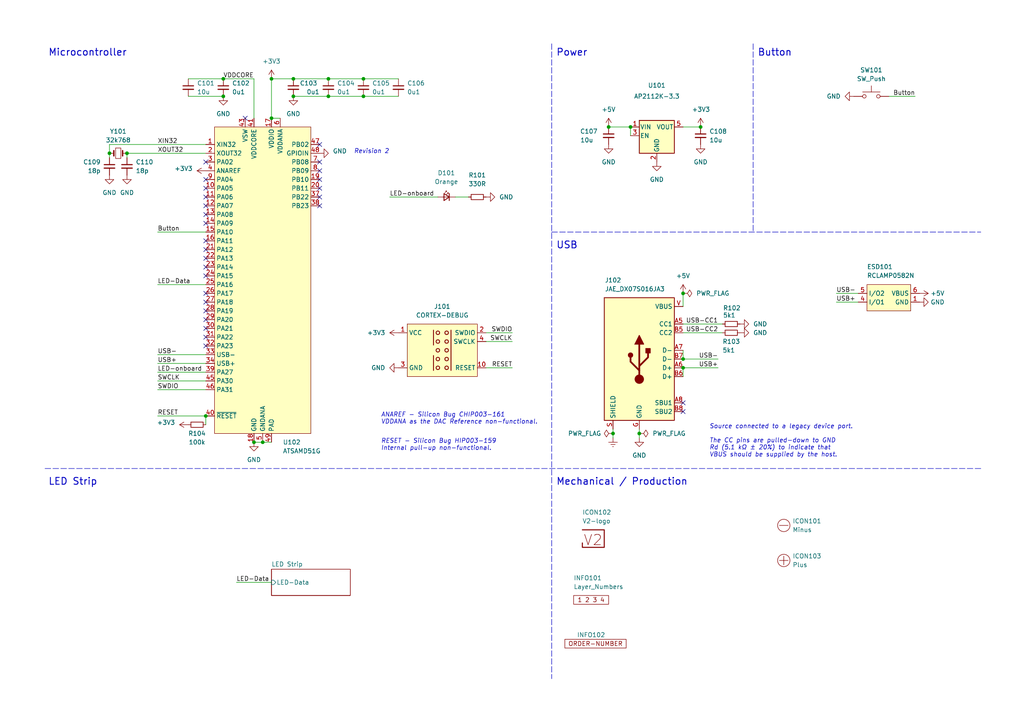
<source format=kicad_sch>
(kicad_sch (version 20230121) (generator eeschema)
  (paper "A4")
  (title_block (title "V2 strip mini") (date "2023-04-04") (rev "1") (company "Versio Duo") (comment 1 "WS2812 LED Strip Adapter"))
  (lib_symbols
    (symbol "Device:C_Small" (pin_numbers hide) (pin_names (offset 0.254) hide)
      (property "Reference" "C" (at 0.254 1.778 0))
      (property "Value" "C_Small" (at 0.254 -2.032 0))
      (symbol "C_Small_0_1"
        (polyline (pts (xy -1.524 -0.508) (xy 1.524 -0.508)) (stroke (width 0.3302)))
        (polyline (pts (xy -1.524 0.508) (xy 1.524 0.508)) (stroke (width 0.3048)))
      )
      (symbol "C_Small_1_1"
        (pin passive line (at 0 2.54 270) (length 2.032) (name "~") (number "1"))
        (pin passive line (at 0 -2.54 90) (length 2.032) (name "~") (number "2"))
      )
    )
    (symbol "Device:Crystal_Small" (pin_numbers hide) (pin_names (offset 1.016) hide)
      (property "Reference" "Y" (at 0 2.54 0))
      (property "Value" "Crystal_Small" (at 0 -2.54 0))
      (symbol "Crystal_Small_0_1"
        (rectangle (start -0.762 -1.524) (end 0.762 1.524))
        (polyline (pts (xy -1.27 -0.762) (xy -1.27 0.762)) (stroke (width 0.381)))
        (polyline (pts (xy 1.27 -0.762) (xy 1.27 0.762)) (stroke (width 0.381)))
      )
      (symbol "Crystal_Small_1_1"
        (pin passive line (at -2.54 0 0) (length 1.27) (name "1") (number "1"))
        (pin passive line (at 2.54 0 180) (length 1.27) (name "2") (number "2"))
      )
    )
    (symbol "Device:LED_Small" (pin_numbers hide) (pin_names (offset 0.254) hide)
      (property "Reference" "D" (at -1.27 3.175 0))
      (property "Value" "LED_Small" (at -4.445 -2.54 0))
      (symbol "LED_Small_0_1"
        (polyline (pts (xy -0.762 -1.016) (xy -0.762 1.016)) (stroke (width 0.254)))
        (polyline (pts (xy 1.016 0) (xy -0.762 0)))
        (polyline (pts (xy 0.762 -1.016) (xy -0.762 0) (xy 0.762 1.016) (xy 0.762 -1.016)) (stroke (width 0.254)))
        (polyline (pts (xy 0 0.762) (xy -0.508 1.27) (xy -0.254 1.27) (xy -0.508 1.27) (xy -0.508 1.016)))
        (polyline (pts (xy 0.508 1.27) (xy 0 1.778) (xy 0.254 1.778) (xy 0 1.778) (xy 0 1.524)))
      )
      (symbol "LED_Small_1_1"
        (pin passive line (at -2.54 0 0) (length 1.778) (name "K") (number "1"))
        (pin passive line (at 2.54 0 180) (length 1.778) (name "A") (number "2"))
      )
    )
    (symbol "Device:R_Small" (pin_numbers hide) (pin_names (offset 0.254) hide)
      (property "Reference" "R" (at 0.762 0.508 0))
      (property "Value" "R_Small" (at 0.762 -1.016 0))
      (symbol "R_Small_0_1"
        (rectangle (start -0.762 1.778) (end 0.762 -1.778) (stroke (width 0.2032)))
      )
      (symbol "R_Small_1_1"
        (pin passive line (at 0 2.54 270) (length 0.762) (name "~") (number "1"))
        (pin passive line (at 0 -2.54 90) (length 0.762) (name "~") (number "2"))
      )
    )
    (symbol "Regulator_Linear:AP2112K-3.3" (pin_names (offset 0.254))
      (property "Reference" "U" (at -5.08 5.715 0))
      (property "Value" "AP2112K-3.3" (at 0 5.715 0))
      (symbol "AP2112K-3.3_0_1"
        (rectangle (start -5.08 4.445) (end 5.08 -5.08) (stroke (width 0.254)) (fill (type background)))
      )
      (symbol "AP2112K-3.3_1_1"
        (pin power_in line (at -7.62 2.54 0) (length 2.54) (name "VIN") (number "1"))
        (pin power_in line (at 0 -7.62 90) (length 2.54) (name "GND") (number "2"))
        (pin input line (at -7.62 0 0) (length 2.54) (name "EN") (number "3"))
        (pin no_connect line (at 5.08 0 180) (length 2.54) hide (name "NC") (number "4"))
        (pin power_out line (at 7.62 2.54 180) (length 2.54) (name "VOUT") (number "5"))
      )
    )
    (symbol "Switch:SW_Push" (pin_numbers hide) (pin_names (offset 1.016) hide)
      (property "Reference" "SW" (at 1.27 2.54 0))
      (property "Value" "SW_Push" (at 0 -1.524 0))
      (symbol "SW_Push_0_1"
        (circle (center -2.032 0) (radius 0.508))
        (polyline (pts (xy 0 1.27) (xy 0 3.048)))
        (polyline (pts (xy 2.54 1.27) (xy -2.54 1.27)))
        (circle (center 2.032 0) (radius 0.508))
        (pin passive line (at -5.08 0 0) (length 2.54) (name "1") (number "1"))
        (pin passive line (at 5.08 0 180) (length 2.54) (name "2") (number "2"))
      )
    )
    (symbol "V2_Artwork:Minus" (in_bom no)
      (property "Reference" "ICON" (at -2.54 2.54 0))
      (symbol "Minus_0_1"
        (polyline (pts (xy -1.27 0) (xy 1.27 0)))
        (circle (center 0 0) (radius 1.7961))
      )
    )
    (symbol "V2_Artwork:Plus" (in_bom no)
      (property "Reference" "ICON" (at -2.54 2.54 0))
      (symbol "Plus_0_1"
        (polyline (pts (xy -1.27 0) (xy 1.27 0)))
        (polyline (pts (xy 0 1.27) (xy 0 -1.27)))
        (circle (center 0 0) (radius 1.7961))
      )
    )
    (symbol "V2_Artwork:V2-logo" (in_bom no)
      (property "Reference" "ICON" (at -3.81 2.54 0))
      (symbol "V2-logo_1_0"
        (polyline (pts (xy -3.81 1.27) (xy 2.54 1.27) (xy 2.54 -3.81) (xy -3.81 -3.81) (xy -3.81 -2.54)) (stroke (width 0.3)))
        (text "V2" (at -0.7135 -1.6753 0) (effects (font (size 3 3))))
      )
    )
    (symbol "V2_Connector_USB:JAE_DX07S016JA3"
      (property "Reference" "J" (at -10.16 22.86 0))
      (property "Value" "USB-C_2.0" (at -10.16 20.5 0))
      (symbol "JAE_DX07S016JA3_0_1"
        (rectangle (start -10.16 17.78) (end 10.16 -17.78) (stroke (width 0.254)) (fill (type background)))
        (circle (center -2.54 1.143) (radius 0.635) (stroke (width 0.254)) (fill (type outline)))
        (circle (center 0 -5.842) (radius 1.27) (fill (type outline)))
        (polyline (pts (xy 0 -5.842) (xy 0 4.318)) (stroke (width 0.508)))
        (polyline (pts (xy 0 -3.302) (xy -2.54 -0.762) (xy -2.54 0.508)) (stroke (width 0.508)))
        (polyline (pts (xy 0 -2.032) (xy 2.54 0.508) (xy 2.54 1.778)) (stroke (width 0.508)))
        (polyline (pts (xy -1.27 4.318) (xy 0 6.858) (xy 1.27 4.318) (xy -1.27 4.318)) (stroke (width 0.254)) (fill (type outline)))
        (rectangle (start 1.905 1.778) (end 3.175 3.048) (stroke (width 0.254)) (fill (type outline)))
      )
      (symbol "JAE_DX07S016JA3_1_1"
        (pin bidirectional line (at 12.7 10.16 180) (length 2.54) (name "CC1") (number "A5"))
        (pin bidirectional line (at 12.7 -2.54 180) (length 2.54) (name "D+") (number "A6"))
        (pin bidirectional line (at 12.7 2.54 180) (length 2.54) (name "D-") (number "A7"))
        (pin bidirectional line (at 12.7 -12.7 180) (length 2.54) (name "SBU1") (number "A8"))
        (pin bidirectional line (at 12.7 7.62 180) (length 2.54) (name "CC2") (number "B5"))
        (pin bidirectional line (at 12.7 -5.08 180) (length 2.54) (name "D+") (number "B6"))
        (pin bidirectional line (at 12.7 0 180) (length 2.54) (name "D-") (number "B7"))
        (pin bidirectional line (at 12.7 -15.24 180) (length 2.54) (name "SBU2") (number "B8"))
        (pin passive line (at 0 -20.32 90) (length 2.54) (name "GND") (number "G"))
        (pin passive line (at -7.62 -20.32 90) (length 2.54) (name "SHIELD") (number "S"))
        (pin passive line (at 12.7 15.24 180) (length 2.54) (name "VBUS") (number "V"))
      )
    )
    (symbol "V2_Cortex_Debug:Cortex_Debug" (in_bom no)
      (property "Reference" "J" (at -8.89 11.43 0))
      (property "Value" "Cortex_Debug" (at -8.89 8.89 0))
      (symbol "Cortex_Debug_1_0"
        (circle (center 0 -5.08) (radius 0.508) (stroke (width 0.254)))
        (circle (center 0 -2.54) (radius 0.508) (stroke (width 0.254)))
        (polyline (pts (xy -1.27 -1.524) (xy -1.27 -5.842)) (stroke (width 0.254)))
        (polyline (pts (xy -1.27 5.842) (xy -1.27 1.524)) (stroke (width 0.254)))
        (polyline (pts (xy 3.81 -5.842) (xy 3.81 5.842)) (stroke (width 0.254)))
        (circle (center 0 0) (radius 0.508) (stroke (width 0.254)))
        (circle (center 0 2.54) (radius 0.508) (stroke (width 0.254)))
        (circle (center 0 5.08) (radius 0.508) (stroke (width 0.254)))
        (circle (center 2.54 -5.08) (radius 0.508) (stroke (width 0.254)))
        (circle (center 2.54 -2.54) (radius 0.508) (stroke (width 0.254)))
        (circle (center 2.54 0) (radius 0.508) (stroke (width 0.254)))
        (circle (center 2.54 2.54) (radius 0.508) (stroke (width 0.254)))
        (circle (center 2.54 5.08) (radius 0.508) (stroke (width 0.254)))
        (pin power_in line (at -11.43 5.08 0) (length 2.54) (name "VCC") (number "1"))
        (pin input line (at 13.97 -5.08 180) (length 2.54) (name "RESET") (number "10"))
        (pin bidirectional line (at 13.97 5.08 180) (length 2.54) (name "SWDIO") (number "2"))
        (pin power_in line (at -11.43 -5.08 0) (length 2.54) (name "GND") (number "3"))
        (pin input line (at 13.97 2.54 180) (length 2.54) (name "SWCLK") (number "4"))
        (pin passive line (at -11.43 -5.08 0) (length 2.54) hide (name "GND") (number "5"))
      )
      (symbol "Cortex_Debug_1_1"
        (rectangle (start -8.89 7.62) (end 11.43 -7.62) (fill (type background)))
      )
    )
    (symbol "V2_ESD_Suppressor:RCLAMP0582N"
      (property "Reference" "ESD" (at -6.35 6.35 0))
      (property "Value" "RCLAMP0582N" (at -6.35 3.81 0))
      (symbol "RCLAMP0582N_0_1"
        (rectangle (start -6.35 2.54) (end 6.35 -5.08) (fill (type background)))
      )
      (symbol "RCLAMP0582N_1_0"
        (pin power_in line (at 8.89 -2.54 180) (length 2.54) (name "GND") (number "1"))
        (pin no_connect line (at 2.54 -10.16 0) (length 2.54) hide (name "") (number "3"))
        (pin bidirectional line (at -8.89 -2.54 0) (length 2.54) (name "I/O1") (number "4"))
        (pin bidirectional line (at -8.89 0 0) (length 2.54) (name "I/O2") (number "5"))
        (pin power_in line (at 8.89 0 180) (length 2.54) (name "VBUS") (number "6"))
      )
      (symbol "RCLAMP0582N_1_1"
        (pin no_connect line (at 2.54 -7.62 0) (length 2.54) hide (name "") (number "2"))
      )
    )
    (symbol "V2_MCU_Microchip_SAMD:ATSAMD51G"
      (property "Reference" "U" (at 8.8392 -47.2948 0))
      (property "Value" "ATSAMD51G" (at 13.8684 -51.8668 0))
      (symbol "ATSAMD51G_0_1"
        (rectangle (start -13.97 44.45) (end 13.97 -44.45) (fill (type background)))
      )
      (symbol "ATSAMD51G_1_1"
        (pin bidirectional line (at -16.51 39.37 0) (length 2.54) (name "PA00") (number "1") (alternate "XIN32" input line))
        (pin bidirectional line (at -16.51 26.67 0) (length 2.54) (name "PA05") (number "10"))
        (pin bidirectional line (at -16.51 24.13 0) (length 2.54) (name "PA06") (number "11"))
        (pin bidirectional line (at -16.51 21.59 0) (length 2.54) (name "PA07") (number "12"))
        (pin bidirectional line (at -16.51 19.05 0) (length 2.54) (name "PA08") (number "13"))
        (pin bidirectional line (at -16.51 16.51 0) (length 2.54) (name "PA09") (number "14"))
        (pin bidirectional line (at -16.51 13.97 0) (length 2.54) (name "PA10") (number "15"))
        (pin bidirectional line (at -16.51 11.43 0) (length 2.54) (name "PA11") (number "16"))
        (pin power_in line (at 2.54 46.99 270) (length 2.54) (name "VDDIO") (number "17"))
        (pin power_in line (at -2.54 -46.99 90) (length 2.54) (name "GND") (number "18"))
        (pin bidirectional line (at 16.51 29.21 180) (length 2.54) (name "PB10") (number "19"))
        (pin bidirectional line (at -16.51 36.83 0) (length 2.54) (name "PA01") (number "2") (alternate "XOUT32" output line))
        (pin bidirectional line (at 16.51 26.67 180) (length 2.54) (name "PB11") (number "20"))
        (pin bidirectional line (at -16.51 8.89 0) (length 2.54) (name "PA12") (number "21"))
        (pin bidirectional line (at -16.51 6.35 0) (length 2.54) (name "PA13") (number "22"))
        (pin bidirectional line (at -16.51 3.81 0) (length 2.54) (name "PA14") (number "23"))
        (pin bidirectional line (at -16.51 1.27 0) (length 2.54) (name "PA15") (number "24"))
        (pin bidirectional line (at -16.51 -1.27 0) (length 2.54) (name "PA16") (number "25"))
        (pin bidirectional line (at -16.51 -3.81 0) (length 2.54) (name "PA17") (number "26"))
        (pin bidirectional line (at -16.51 -6.35 0) (length 2.54) (name "PA18") (number "27"))
        (pin bidirectional line (at -16.51 -8.89 0) (length 2.54) (name "PA19") (number "28"))
        (pin bidirectional line (at -16.51 -11.43 0) (length 2.54) (name "PA20") (number "29"))
        (pin bidirectional line (at -16.51 34.29 0) (length 2.54) (name "PA02") (number "3"))
        (pin bidirectional line (at -16.51 -13.97 0) (length 2.54) (name "PA21") (number "30"))
        (pin bidirectional line (at -16.51 -16.51 0) (length 2.54) (name "PA22") (number "31"))
        (pin bidirectional line (at -16.51 -19.05 0) (length 2.54) (name "PA23") (number "32"))
        (pin bidirectional line (at -16.51 -21.59 0) (length 2.54) (name "PA24") (number "33") (alternate "USB-" bidirectional line))
        (pin bidirectional line (at -16.51 -24.13 0) (length 2.54) (name "PA25") (number "34") (alternate "USB+" bidirectional line))
        (pin passive line (at -2.54 -46.99 90) (length 2.54) hide (name "GND") (number "35"))
        (pin passive line (at 2.54 46.99 270) (length 2.54) hide (name "VDDIO") (number "36"))
        (pin bidirectional line (at 16.51 24.13 180) (length 2.54) (name "PB22") (number "37"))
        (pin bidirectional line (at 16.51 21.59 180) (length 2.54) (name "PB23") (number "38"))
        (pin bidirectional line (at -16.51 -26.67 0) (length 2.54) (name "PA27") (number "39"))
        (pin bidirectional line (at -16.51 31.75 0) (length 2.54) (name "PA03") (number "4") (alternate "ANAREF" input line))
        (pin input line (at -16.51 -39.37 0) (length 2.54) (name "~{RESET}") (number "40"))
        (pin power_out line (at -2.54 46.99 270) (length 2.54) (name "VDDCORE") (number "41"))
        (pin passive line (at -2.54 -46.99 90) (length 2.54) hide (name "GND") (number "42"))
        (pin power_in line (at -5.08 46.99 270) (length 2.54) (name "VSW") (number "43"))
        (pin passive line (at 2.54 46.99 270) (length 2.54) hide (name "VDDIO") (number "44"))
        (pin bidirectional line (at -16.51 -29.21 0) (length 2.54) (name "PA30") (number "45"))
        (pin bidirectional line (at -16.51 -31.75 0) (length 2.54) (name "PA31") (number "46"))
        (pin bidirectional line (at 16.51 39.37 180) (length 2.54) (name "PB02") (number "47"))
        (pin bidirectional line (at 16.51 36.83 180) (length 2.54) (name "PB03") (number "48") (alternate "GPIOIN" input line))
        (pin power_in line (at 2.54 -46.99 90) (length 2.54) (name "PAD") (number "49"))
        (pin power_in line (at 0 -46.99 90) (length 2.54) (name "GNDANA") (number "5"))
        (pin power_in line (at 5.08 46.99 270) (length 2.54) (name "VDDANA") (number "6"))
        (pin bidirectional line (at 16.51 34.29 180) (length 2.54) (name "PB08") (number "7"))
        (pin bidirectional line (at 16.51 31.75 180) (length 2.54) (name "PB09") (number "8"))
        (pin bidirectional line (at -16.51 29.21 0) (length 2.54) (name "PA04") (number "9"))
      )
    )
    (symbol "V2_Production:Layer_Numbers" (in_bom no)
      (property "Reference" "INFO" (at 0 3.81 0))
      (property "Value" "Layer_Numbers" (at 0 -3.81 0))
      (symbol "Layer_Numbers_0_0"
        (text "1 2 3 4" (at 0 0 0) (effects (font (size 1.27 1.27))))
      )
      (symbol "Layer_Numbers_0_1"
        (rectangle (start -5.08 1.27) (end 5.08 -1.27))
      )
    )
    (symbol "V2_Production:Order_Number" (in_bom no)
      (property "Reference" "INFO" (at 0 2.54 0))
      (symbol "Order_Number_0_0"
        (text "ORDER-NUMBER" (at 0 0 0) (effects (font (size 1.27 1.27))))
      )
      (symbol "Order_Number_0_1"
        (rectangle (start -8.89 1.27) (end 8.89 -1.27))
      )
    )
    (symbol "power:+3V3" (power) (pin_names (offset 0))
      (property "Value" "+3V3" (at 0 3.556 0))
      (symbol "+3V3_0_1"
        (polyline (pts (xy -0.762 1.27) (xy 0 2.54)))
        (polyline (pts (xy 0 0) (xy 0 2.54)))
        (polyline (pts (xy 0 2.54) (xy 0.762 1.27)))
      )
      (symbol "+3V3_1_1"
        (pin power_in line (at 0 0 90) (length 0) hide (name "+3V3") (number "1"))
      )
    )
    (symbol "power:+5V" (power) (pin_names (offset 0))
      (property "Value" "+5V" (at 0 3.556 0))
      (symbol "+5V_0_1"
        (polyline (pts (xy -0.762 1.27) (xy 0 2.54)))
        (polyline (pts (xy 0 0) (xy 0 2.54)))
        (polyline (pts (xy 0 2.54) (xy 0.762 1.27)))
      )
      (symbol "+5V_1_1"
        (pin power_in line (at 0 0 90) (length 0) hide (name "+5V") (number "1"))
      )
    )
    (symbol "power:Earth" (power) (pin_names (offset 0))
      (symbol "Earth_0_1"
        (polyline (pts (xy -0.635 -1.905) (xy 0.635 -1.905)))
        (polyline (pts (xy -0.127 -2.54) (xy 0.127 -2.54)))
        (polyline (pts (xy 0 -1.27) (xy 0 0)))
        (polyline (pts (xy 1.27 -1.27) (xy -1.27 -1.27)))
      )
      (symbol "Earth_1_1"
        (pin power_in line (at 0 0 270) (length 0) hide (name "Earth") (number "1"))
      )
    )
    (symbol "power:GND" (power) (pin_names (offset 0))
      (property "Value" "GND" (at 0 -3.81 0))
      (symbol "GND_0_1"
        (polyline (pts (xy 0 0) (xy 0 -1.27) (xy 1.27 -1.27) (xy 0 -2.54) (xy -1.27 -1.27) (xy 0 -1.27)))
      )
      (symbol "GND_1_1"
        (pin power_in line (at 0 0 270) (length 0) hide (name "GND") (number "1"))
      )
    )
    (symbol "power:PWR_FLAG" (power) (pin_numbers hide) (pin_names (offset 0) hide)
      (property "Value" "PWR_FLAG" (at 0 3.81 0))
      (symbol "PWR_FLAG_0_0"
        (pin power_out line (at 0 0 90) (length 0) (name "pwr") (number "1"))
      )
      (symbol "PWR_FLAG_0_1"
        (polyline (pts (xy 0 0) (xy 0 1.27) (xy -1.016 1.905) (xy 0 2.54) (xy 1.016 1.905) (xy 0 1.27)))
      )
    )
  )
  (junction (at 95.25 22.86))
  (junction (at 198.12 106.68))
  (junction (at 73.66 128.27))
  (junction (at 64.77 22.86))
  (junction (at 85.09 27.94))
  (junction (at 85.09 22.86))
  (junction (at 105.41 27.94))
  (junction (at 36.83 44.45))
  (junction (at 198.12 85.09))
  (junction (at 176.53 36.83))
  (junction (at 105.41 22.86))
  (junction (at 95.25 27.94))
  (junction (at 198.12 104.14))
  (junction (at 78.74 22.86))
  (junction (at 76.2 128.27))
  (junction (at 31.75 44.45))
  (junction (at 185.42 125.73))
  (junction (at 182.88 36.83))
  (junction (at 203.2 36.83))
  (junction (at 177.8 125.73))
  (junction (at 64.77 27.94))
  (junction (at 59.69 120.65))
  (junction (at 78.74 34.29))
  (no_connect (at 198.12 116.84))
  (no_connect (at 198.12 119.38))
  (no_connect (at 59.69 54.61))
  (no_connect (at 59.69 57.15))
  (no_connect (at 59.69 59.69))
  (no_connect (at 59.69 62.23))
  (no_connect (at 59.69 64.77))
  (no_connect (at 59.69 69.85))
  (no_connect (at 59.69 52.07))
  (no_connect (at 59.69 46.99))
  (no_connect (at 59.69 85.09))
  (no_connect (at 59.69 80.01))
  (no_connect (at 59.69 77.47))
  (no_connect (at 59.69 74.93))
  (no_connect (at 59.69 87.63))
  (no_connect (at 92.71 52.07))
  (no_connect (at 92.71 54.61))
  (no_connect (at 92.71 59.69))
  (no_connect (at 92.71 57.15))
  (no_connect (at 92.71 49.53))
  (no_connect (at 92.71 46.99))
  (no_connect (at 92.71 41.91))
  (no_connect (at 71.12 34.29))
  (no_connect (at 59.69 90.17))
  (no_connect (at 59.69 97.79))
  (no_connect (at 59.69 95.25))
  (no_connect (at 59.69 92.71))
  (no_connect (at 59.69 100.33))
  (no_connect (at 59.69 72.39))
  (wire (pts (xy 45.72 113.03) (xy 59.69 113.03)))
  (wire (pts (xy 135.89 57.15) (xy 132.08 57.15)))
  (wire (pts (xy 64.77 27.94) (xy 54.61 27.94)))
  (wire (pts (xy 242.57 85.09) (xy 248.92 85.09)))
  (wire (pts (xy 198.12 101.6) (xy 198.12 104.14)))
  (wire (pts (xy 78.74 22.86) (xy 85.09 22.86)))
  (wire (pts (xy 45.72 82.55) (xy 59.69 82.55)))
  (wire (pts (xy 198.12 96.52) (xy 209.55 96.52)))
  (wire (pts (xy 64.77 22.86) (xy 73.66 22.86)))
  (polyline (pts (xy 284.48 135.89) (xy 12.7 135.89)) (stroke (width 0) (type dash)))
  (wire (pts (xy 31.75 44.45) (xy 31.75 45.72)))
  (wire (pts (xy 140.97 106.68) (xy 148.59 106.68)))
  (wire (pts (xy 198.12 106.68) (xy 208.28 106.68)))
  (wire (pts (xy 73.66 22.86) (xy 73.66 34.29)))
  (wire (pts (xy 177.8 127) (xy 177.8 125.73)))
  (wire (pts (xy 95.25 27.94) (xy 105.41 27.94)))
  (wire (pts (xy 73.66 128.27) (xy 76.2 128.27)))
  (wire (pts (xy 45.72 110.49) (xy 59.69 110.49)))
  (wire (pts (xy 198.12 104.14) (xy 208.28 104.14)))
  (wire (pts (xy 78.74 34.29) (xy 81.28 34.29)))
  (wire (pts (xy 76.2 128.27) (xy 78.74 128.27)))
  (wire (pts (xy 185.42 125.73) (xy 185.42 124.46)))
  (wire (pts (xy 198.12 106.68) (xy 198.12 109.22)))
  (wire (pts (xy 45.72 102.87) (xy 59.69 102.87)))
  (wire (pts (xy 242.57 87.63) (xy 248.92 87.63)))
  (wire (pts (xy 113.03 57.15) (xy 127 57.15)))
  (wire (pts (xy 182.88 36.83) (xy 182.88 39.37)))
  (wire (pts (xy 140.97 96.52) (xy 148.59 96.52)))
  (wire (pts (xy 45.72 107.95) (xy 59.69 107.95)))
  (wire (pts (xy 45.72 120.65) (xy 59.69 120.65)))
  (polyline (pts (xy 160.02 67.31) (xy 284.48 67.31)) (stroke (width 0) (type dash)))
  (wire (pts (xy 198.12 85.09) (xy 198.12 88.9)))
  (wire (pts (xy 45.72 105.41) (xy 59.69 105.41)))
  (wire (pts (xy 203.2 36.83) (xy 198.12 36.83)))
  (wire (pts (xy 85.09 22.86) (xy 95.25 22.86)))
  (wire (pts (xy 176.53 36.83) (xy 182.88 36.83)))
  (wire (pts (xy 85.09 27.94) (xy 95.25 27.94)))
  (wire (pts (xy 78.74 22.86) (xy 78.74 34.29)))
  (wire (pts (xy 68.58 168.91) (xy 78.74 168.91)))
  (wire (pts (xy 45.72 67.31) (xy 59.69 67.31)))
  (polyline (pts (xy 218.44 12.7) (xy 218.44 67.31)) (stroke (width 0) (type dash)))
  (wire (pts (xy 59.69 123.19) (xy 59.69 120.65)))
  (wire (pts (xy 105.41 22.86) (xy 115.57 22.86)))
  (wire (pts (xy 95.25 22.86) (xy 105.41 22.86)))
  (wire (pts (xy 64.77 22.86) (xy 54.61 22.86)))
  (wire (pts (xy 59.69 41.91) (xy 31.75 41.91)))
  (wire (pts (xy 177.8 125.73) (xy 177.8 124.46)))
  (wire (pts (xy 36.83 44.45) (xy 36.83 45.72)))
  (polyline (pts (xy 160.02 12.7) (xy 160.02 196.85)) (stroke (width 0) (type dash)))
  (wire (pts (xy 257.81 27.94) (xy 265.43 27.94)))
  (wire (pts (xy 198.12 93.98) (xy 209.55 93.98)))
  (wire (pts (xy 31.75 41.91) (xy 31.75 44.45)))
  (wire (pts (xy 59.69 44.45) (xy 36.83 44.45)))
  (wire (pts (xy 140.97 99.06) (xy 148.59 99.06)))
  (wire (pts (xy 185.42 127) (xy 185.42 125.73)))
  (wire (pts (xy 105.41 27.94) (xy 115.57 27.94)))
  (text "ANAREF - ﻿Silicon Bug CHIP003-161\nVDDANA as the DAC Reference non-functional." (at 110.49 123.19 0) (effects (font (size 1.27 1.27) italic) (justify left bottom)))
  (text "RESET - ﻿Silicon Bug HIP003-159\nInternal pull-up non-functional." (at 110.49 130.81 0) (effects (font (size 1.27 1.27) italic) (justify left bottom)))
  (text "﻿Source connected to a legacy device port.\n\nThe CC pins are pulled-down to GND\nRd (5.1 kΩ ± 20%) to indicate that\nVBUS should be supplied by the host. " (at 205.74 132.715 0) (effects (font (size 1.27 1.27) italic) (justify left bottom)))
  (text "Button" (at 219.71 16.51 0) (effects (font (size 2 2) (thickness 0.254) bold) (justify left bottom)))
  (text "Revision 2" (at 102.6333 44.7318 0) (effects (font (size 1.27 1.27) italic) (justify left bottom)))
  (text "Power" (at 161.29 16.51 0) (effects (font (size 2 2) (thickness 0.254) bold) (justify left bottom)))
  (text "Mechanical / Production" (at 161.29 140.97 0) (effects (font (size 2 2) (thickness 0.254) bold) (justify left bottom)))
  (text "Microcontroller" (at 13.97 16.51 0) (effects (font (size 2 2) (thickness 0.254) bold) (justify left bottom)))
  (text "USB" (at 161.29 72.39 0) (effects (font (size 2 2) (thickness 0.254) bold) (justify left bottom)))
  (text "LED Strip" (at 13.97 140.97 0) (effects (font (size 2 2) (thickness 0.254) bold) (justify left bottom)))
  (label "SWCLK" (at 148.59 99.06 180))
  (label "XIN32" (at 45.72 41.91 0))
  (label "LED-onboard" (at 113.03 57.15 0))
  (label "Button" (at 265.43 27.94 180))
  (label "LED-Data" (at 45.72 82.55 0))
  (label "USB-CC1" (at 208.28 93.98 180))
  (label "USB+" (at 45.72 105.41 0))
  (label "RESET" (at 45.72 120.65 0))
  (label "RESET" (at 148.59 106.68 180))
  (label "XOUT32" (at 45.72 44.45 0))
  (label "VDDCORE" (at 64.77 22.86 0))
  (label "USB-" (at 208.28 104.14 180))
  (label "LED-onboard" (at 45.72 107.95 0))
  (label "USB-" (at 45.72 102.87 0))
  (label "USB-CC2" (at 208.28 96.52 180))
  (label "USB+" (at 208.28 106.68 180))
  (label "LED-Data" (at 68.58 168.91 0))
  (label "SWCLK" (at 45.72 110.49 0))
  (label "SWDIO" (at 45.72 113.03 0))
  (label "Button" (at 45.72 67.31 0))
  (label "USB+" (at 242.57 87.63 0))
  (label "SWDIO" (at 148.59 96.52 180))
  (label "USB-" (at 242.57 85.09 0))
  (symbol (lib_id "Device:R_Small") (at 212.09 93.98 90) (unit 1)
    (property "Reference" "R102" (at 214.8309 89.3354 90) (effects (justify left)))
    (property "Value" "5k1" (at 213.3599 91.44 90) (effects (justify left)))
    (property "Footprint" "Resistor_SMD:R_0603_1608Metric" (effects hide))
  )
  (symbol (lib_id "Device:C_Small") (at 115.57 25.4 0) (unit 1)
    (property "Reference" "C106" (at 118.11 24.1362 0) (effects (justify left)))
    (property "Value" "0u1" (at 118.11 26.6762 0) (effects (justify left)))
    (property "Footprint" "Capacitor_SMD:C_0603_1608Metric" (effects hide))
  )
  (symbol (lib_id "V2_ESD_Suppressor:RCLAMP0582N") (at 257.81 85.09 0) (unit 1)
    (property "Reference" "ESD101" (at 251.46 78.105 0) (effects (justify left bottom)))
    (property "Value" "RCLAMP0582N" (at 251.46 80.645 0) (effects (justify left bottom)))
    (property "Footprint" "V2_ESD_Suppressor:SLP1210N6" (effects hide))
  )
  (symbol (lib_id "power:+3V3") (at 203.2 36.83 0) (unit 1)
    (property "Reference" "#PWR0106" (effects hide))
    (property "Value" "+3V3" (at 200.66 31.75 0) (effects (justify left)))
  )
  (symbol (lib_id "V2_Artwork:Minus") (at 227.33 152.4 0) (unit 1) (in_bom no)
    (property "Reference" "ICON101" (at 229.87 151.1299 0) (effects (justify left)))
    (property "Value" "Minus" (at 229.87 153.6699 0) (effects (justify left)))
    (property "Footprint" "V2_Artwork:Minus_Small" (effects hide))
    (property "Sim.Enable" "0" (effects hide))
  )
  (symbol (lib_id "V2_Production:Layer_Numbers") (at 171.45 173.99 0) (unit 1) (in_bom no)
    (property "Reference" "INFO101" (at 166.37 167.6399 0) (effects (justify left)))
    (property "Value" "Layer_Numbers" (at 166.37 170.1799 0) (effects (justify left)))
    (property "Footprint" "V2_Production:Layer_Numbers" (effects hide))
    (property "Sim.Enable" "0" (effects hide))
  )
  (symbol (lib_id "Switch:SW_Push") (at 252.73 27.94 0) (unit 1)
    (property "Reference" "SW101" (at 252.73 20.32 0))
    (property "Value" "SW_Push" (at 252.73 22.86 0))
    (property "Footprint" "V2_Button_Switch_SMD:SKSG" (effects hide))
  )
  (symbol (lib_id "power:GND") (at 92.71 44.45 90) (unit 1)
    (property "Reference" "#PWR0109" (effects hide))
    (property "Value" "GND" (at 96.52 43.8149 90) (effects (justify right)))
  )
  (symbol (lib_id "power:GND") (at 214.63 96.52 90) (unit 1)
    (property "Reference" "#PWR0121" (effects hide))
    (property "Value" "GND" (at 218.44 96.5199 90) (effects (justify right)))
  )
  (symbol (lib_id "power:GND") (at 214.63 93.98 90) (unit 1)
    (property "Reference" "#PWR0119" (effects hide))
    (property "Value" "GND" (at 218.44 93.9799 90) (effects (justify right)))
  )
  (symbol (lib_id "power:GND") (at 73.66 128.27 0) (unit 1)
    (property "Reference" "#PWR0126" (effects hide))
    (property "Value" "GND" (at 73.66 133.35 0))
  )
  (symbol (lib_id "power:+5V") (at 266.7 85.09 270) (unit 1)
    (property "Reference" "#PWR0117" (effects hide))
    (property "Value" "+5V" (at 269.875 85.0899 90) (effects (justify left)))
  )
  (symbol (lib_id "Device:LED_Small") (at 129.54 57.15 0) (mirror y) (unit 1)
    (property "Reference" "D101" (at 129.4765 50.165 0))
    (property "Value" "Orange" (at 129.4765 52.705 0))
    (property "Footprint" "LED_SMD:LED_0603_1608Metric" (effects hide))
  )
  (symbol (lib_id "power:GND") (at 64.77 27.94 0) (unit 1)
    (property "Reference" "#PWR0102" (effects hide))
    (property "Value" "GND" (at 64.77 33.02 0))
  )
  (symbol (lib_id "Device:C_Small") (at 203.2 39.37 0) (unit 1)
    (property "Reference" "C108" (at 205.74 38.1062 0) (effects (justify left)))
    (property "Value" "10u" (at 205.74 40.6462 0) (effects (justify left)))
    (property "Footprint" "Capacitor_SMD:C_0603_1608Metric" (effects hide))
  )
  (symbol (lib_id "power:+3V3") (at 78.74 22.86 0) (unit 1)
    (property "Reference" "#PWR0101" (effects hide))
    (property "Value" "+3V3" (at 78.74 17.78 0))
  )
  (symbol (lib_id "power:Earth") (at 177.8 127 0) (unit 1)
    (property "Reference" "#PWR0124" (effects hide))
    (property "Value" "Earth" (effects hide))
  )
  (symbol (lib_id "power:+3V3") (at 54.61 123.19 90) (unit 1)
    (property "Reference" "#PWR0123" (effects hide))
    (property "Value" "+3V3" (at 50.8 122.5549 90) (effects (justify left)))
  )
  (symbol (lib_id "V2_Cortex_Debug:Cortex_Debug") (at 127 101.6 0) (unit 1) (in_bom no)
    (property "Reference" "J101" (at 128.27 88.9 0))
    (property "Value" "CORTEX-DEBUG" (at 128.27 91.44 0))
    (property "Footprint" "V2_Cortex_Debug:Cortex_Debug_Pad" (effects hide))
    (property "Sim.Enable" "0" (effects hide))
  )
  (symbol (lib_id "power:GND") (at 31.75 50.8 0) (unit 1)
    (property "Reference" "#PWR0112" (effects hide))
    (property "Value" "GND" (at 31.75 55.88 0))
  )
  (symbol (lib_id "power:GND") (at 115.57 106.68 270) (unit 1)
    (property "Reference" "#PWR0122" (effects hide))
    (property "Value" "GND" (at 111.76 106.6799 90) (effects (justify right)))
  )
  (symbol (lib_id "power:GND") (at 185.42 127 0) (unit 1)
    (property "Reference" "#PWR0125" (effects hide))
    (property "Value" "GND" (at 185.42 132.08 0))
  )
  (symbol (lib_id "power:+5V") (at 176.53 36.83 0) (unit 1)
    (property "Reference" "#PWR0105" (effects hide))
    (property "Value" "+5V" (at 176.53 31.75 0))
  )
  (symbol (lib_id "Regulator_Linear:AP2112K-3.3") (at 190.5 39.37 0) (unit 1)
    (property "Reference" "U101" (at 190.5 24.765 0))
    (property "Value" "AP2112K-3.3" (at 190.5 27.94 0))
    (property "Footprint" "Package_TO_SOT_SMD:SOT-23-5" (effects hide))
    (property "Datasheet" "https://www.diodes.com/assets/Datasheets/AP2112.pdf" (effects hide))
  )
  (symbol (lib_id "power:+3V3") (at 59.69 49.53 90) (unit 1)
    (property "Reference" "#PWR0111" (effects hide))
    (property "Value" "+3V3" (at 55.88 48.8949 90) (effects (justify left)))
  )
  (symbol (lib_id "power:GND") (at 85.09 27.94 0) (unit 1)
    (property "Reference" "#PWR0103" (effects hide))
    (property "Value" "GND" (at 85.09 33.02 0))
  )
  (symbol (lib_id "power:GND") (at 36.83 50.8 0) (unit 1)
    (property "Reference" "#PWR0113" (effects hide))
    (property "Value" "GND" (at 36.83 55.88 0))
  )
  (symbol (lib_id "power:GND") (at 247.65 27.94 270) (unit 1)
    (property "Reference" "#PWR0104" (effects hide))
    (property "Value" "GND" (at 243.84 27.9399 90) (effects (justify right)))
  )
  (symbol (lib_id "V2_Production:Order_Number") (at 172.72 186.69 0) (unit 1) (in_bom no)
    (property "Reference" "INFO102" (at 171.45 184.15 0))
    (property "Value" "ORDER-NUMBER" (effects hide))
    (property "Footprint" "V2_Production:Order_Number" (effects hide))
    (property "Sim.Enable" "0" (effects hide))
  )
  (symbol (lib_id "power:+3V3") (at 115.57 96.52 90) (unit 1)
    (property "Reference" "#PWR0120" (effects hide))
    (property "Value" "+3V3" (at 111.76 96.5199 90) (effects (justify left)))
  )
  (symbol (lib_id "power:PWR_FLAG") (at 177.8 125.73 90) (unit 1)
    (property "Reference" "#FLG0102" (effects hide))
    (property "Value" "PWR_FLAG" (at 169.545 125.73 90))
  )
  (symbol (lib_id "Device:C_Small") (at 176.53 39.37 0) (unit 1)
    (property "Reference" "C107" (at 173.355 38.1 0) (effects (justify right)))
    (property "Value" "10u" (at 172.085 40.64 0) (effects (justify right)))
    (property "Footprint" "Capacitor_SMD:C_0603_1608Metric" (effects hide))
  )
  (symbol (lib_id "Device:Crystal_Small") (at 34.29 44.45 0) (unit 1)
    (property "Reference" "Y101" (at 34.29 38.1 0))
    (property "Value" "32k768" (at 34.29 40.64 0))
    (property "Footprint" "V2_Crystal:Crystal_SMD_3215-2Pin_3.2x1.5mm" (effects hide))
  )
  (symbol (lib_id "Device:C_Small") (at 36.83 48.26 0) (unit 1)
    (property "Reference" "C110" (at 39.37 46.9962 0) (effects (justify left)))
    (property "Value" "18p" (at 39.37 49.5362 0) (effects (justify left)))
    (property "Footprint" "Capacitor_SMD:C_0603_1608Metric" (effects hide))
  )
  (symbol (lib_id "Device:C_Small") (at 54.61 25.4 0) (unit 1)
    (property "Reference" "C101" (at 57.15 24.1362 0) (effects (justify left)))
    (property "Value" "10u" (at 57.15 26.6762 0) (effects (justify left)))
    (property "Footprint" "Capacitor_SMD:C_0603_1608Metric" (effects hide))
  )
  (symbol (lib_id "Device:C_Small") (at 64.77 25.4 0) (unit 1)
    (property "Reference" "C102" (at 67.31 24.1362 0) (effects (justify left)))
    (property "Value" "0u1" (at 67.31 26.6762 0) (effects (justify left)))
    (property "Footprint" "Capacitor_SMD:C_0603_1608Metric" (effects hide))
  )
  (symbol (lib_id "power:+5V") (at 198.12 85.09 0) (unit 1)
    (property "Reference" "#PWR0116" (effects hide))
    (property "Value" "+5V" (at 198.12 80.01 0))
  )
  (symbol (lib_id "power:GND") (at 176.53 41.91 0) (unit 1)
    (property "Reference" "#PWR0107" (effects hide))
    (property "Value" "GND" (at 176.53 46.99 0))
  )
  (symbol (lib_id "Device:C_Small") (at 31.75 48.26 0) (unit 1)
    (property "Reference" "C109" (at 29.21 46.9962 0) (effects (justify right)))
    (property "Value" "18p" (at 29.21 49.5362 0) (effects (justify right)))
    (property "Footprint" "Capacitor_SMD:C_0603_1608Metric" (effects hide))
  )
  (symbol (lib_id "power:GND") (at 190.5 46.99 0) (unit 1)
    (property "Reference" "#PWR0110" (effects hide))
    (property "Value" "GND" (at 190.5 52.07 0))
  )
  (symbol (lib_id "power:GND") (at 140.97 57.15 90) (unit 1)
    (property "Reference" "#PWR0114" (effects hide))
    (property "Value" "GND" (at 144.78 57.1499 90) (effects (justify right)))
  )
  (symbol (lib_id "Device:R_Small") (at 138.43 57.15 90) (unit 1)
    (property "Reference" "R101" (at 138.43 50.8 90))
    (property "Value" "330R" (at 138.43 53.34 90))
    (property "Footprint" "Resistor_SMD:R_0603_1608Metric" (effects hide))
  )
  (symbol (lib_id "power:GND") (at 266.7 87.63 90) (unit 1)
    (property "Reference" "#PWR0118" (effects hide))
    (property "Value" "GND" (at 269.875 87.6299 90) (effects (justify right)))
  )
  (symbol (lib_id "Device:C_Small") (at 105.41 25.4 0) (unit 1)
    (property "Reference" "C105" (at 107.95 24.1362 0) (effects (justify left)))
    (property "Value" "0u1" (at 107.95 26.6762 0) (effects (justify left)))
    (property "Footprint" "Capacitor_SMD:C_0603_1608Metric" (effects hide))
  )
  (symbol (lib_id "power:PWR_FLAG") (at 185.42 125.73 270) (unit 1)
    (property "Reference" "#FLG0103" (effects hide))
    (property "Value" "PWR_FLAG" (at 189.23 125.7299 90) (effects (justify left)))
  )
  (symbol (lib_id "Device:C_Small") (at 85.09 25.4 0) (unit 1)
    (property "Reference" "C103" (at 92.075 24.13 0) (effects (justify right)))
    (property "Value" "0u1" (at 92.71 26.67 0) (effects (justify right)))
    (property "Footprint" "Capacitor_SMD:C_0603_1608Metric" (effects hide))
  )
  (symbol (lib_id "Device:R_Small") (at 212.09 96.52 90) (unit 1)
    (property "Reference" "R103" (at 209.5499 99.06 90) (effects (justify right)))
    (property "Value" "5k1" (at 209.5499 101.6 90) (effects (justify right)))
    (property "Footprint" "Resistor_SMD:R_0603_1608Metric" (effects hide))
  )
  (symbol (lib_id "V2_Connector_USB:JAE_DX07S016JA3") (at 185.42 104.14 0) (unit 1)
    (property "Reference" "J102" (at 177.8 81.28 0))
    (property "Value" "JAE_DX07S016JA3" (at 184.15 83.82 0))
    (property "Footprint" "V2_Connector_USB:JAE_DX07S016JA3" (effects hide))
    (property "Datasheet" "https://www.usb.org/sites/default/files/documents/usb_type-c.zip" (effects hide))
    (property "Sim.Enable" "0" (effects hide))
  )
  (symbol (lib_id "power:PWR_FLAG") (at 198.12 85.09 270) (unit 1)
    (property "Reference" "#FLG0101" (effects hide))
    (property "Value" "PWR_FLAG" (at 201.93 85.0899 90) (effects (justify left)))
  )
  (symbol (lib_id "Device:C_Small") (at 95.25 25.4 0) (unit 1)
    (property "Reference" "C104" (at 97.79 24.1362 0) (effects (justify left)))
    (property "Value" "0u1" (at 97.79 26.6762 0) (effects (justify left)))
    (property "Footprint" "Capacitor_SMD:C_0603_1608Metric" (effects hide))
  )
  (symbol (lib_id "V2_MCU_Microchip_SAMD:ATSAMD51G") (at 76.2 81.28 0) (unit 1)
    (property "Reference" "U102" (at 82.0294 128.27 0) (effects (justify left)))
    (property "Value" "ATSAMD51G" (at 82.0294 130.81 0) (effects (justify left)))
    (property "Footprint" "V2_Package_DFN_QFN:QFN-48-1EP_7x7mm_P0.5mm_EP5.45x5.45mm_ThermalVias" (effects hide))
    (pin "1" (alternate "XIN32"))
    (pin "2" (alternate "XOUT32"))
    (pin "33" (alternate "USB-"))
    (pin "34" (alternate "USB+"))
    (pin "4" (alternate "ANAREF"))
    (pin "48" (alternate "GPIOIN"))
  )
  (symbol (lib_id "V2_Artwork:Plus") (at 227.33 162.56 0) (unit 1) (in_bom no)
    (property "Reference" "ICON103" (at 229.87 161.2899 0) (effects (justify left)))
    (property "Value" "Plus" (at 229.87 163.8299 0) (effects (justify left)))
    (property "Footprint" "V2_Artwork:Plus_Small" (effects hide))
    (property "Sim.Enable" "0" (effects hide))
  )
  (symbol (lib_id "power:GND") (at 203.2 41.91 0) (unit 1)
    (property "Reference" "#PWR0108" (effects hide))
    (property "Value" "GND" (at 203.2 46.99 0))
  )
  (symbol (lib_id "Device:R_Small") (at 57.15 123.19 90) (unit 1)
    (property "Reference" "R104" (at 57.15 125.73 90))
    (property "Value" "100k" (at 57.15 128.27 90))
    (property "Footprint" "Resistor_SMD:R_0603_1608Metric" (effects hide))
  )
  (symbol (lib_id "V2_Artwork:V2-logo") (at 172.72 154.94 0) (unit 1) (in_bom no)
    (property "Reference" "ICON102" (at 168.91 148.59 0) (effects (justify left)))
    (property "Value" "V2-logo" (at 168.91 151.13 0) (effects (justify left)))
    (property "Footprint" "V2_Artwork:Logo_Tiny" (effects hide))
    (property "Sim.Enable" "0" (effects hide))
  )
  (sheet (at 78.74 165.1) (size 22.86 7.62) (stroke (width 0.1524))
    (property "Sheetname" "LED Strip" (at 78.74 164.3884 0) (effects (justify left bottom)))
    (property "Sheetfile" "LEDStrip.kicad_sch" (effects hide))
    (pin "LED-Data" input (at 78.74 168.91 180))
  )
)
</source>
